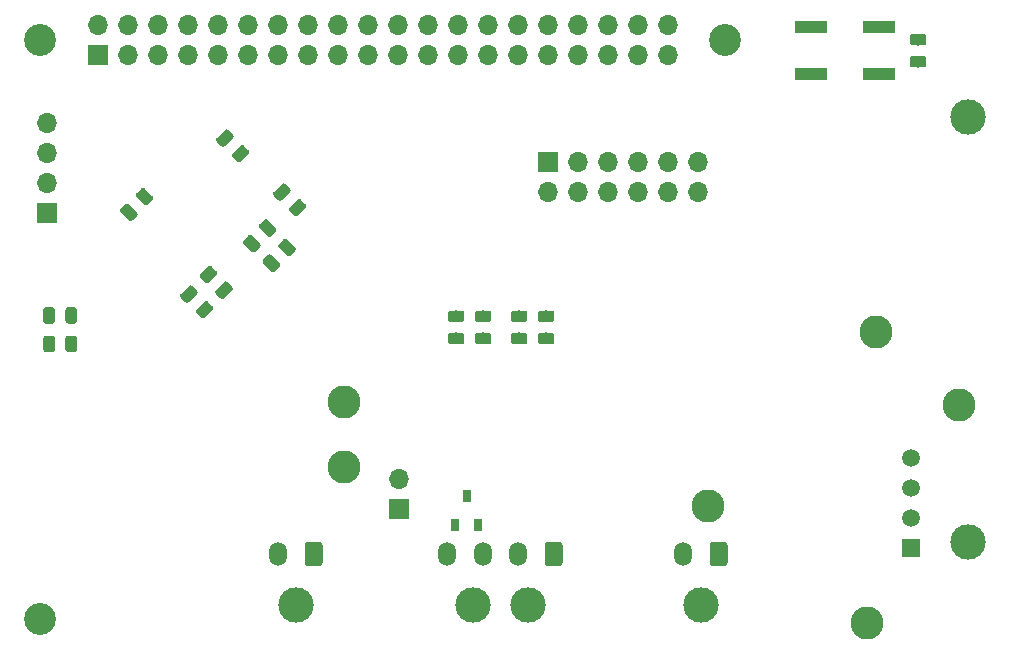
<source format=gbr>
G04 #@! TF.GenerationSoftware,KiCad,Pcbnew,(5.1.4)-1*
G04 #@! TF.CreationDate,2019-09-21T14:34:18-05:00*
G04 #@! TF.ProjectId,BPSDisplay,42505344-6973-4706-9c61-792e6b696361,rev?*
G04 #@! TF.SameCoordinates,Original*
G04 #@! TF.FileFunction,Soldermask,Bot*
G04 #@! TF.FilePolarity,Negative*
%FSLAX46Y46*%
G04 Gerber Fmt 4.6, Leading zero omitted, Abs format (unit mm)*
G04 Created by KiCad (PCBNEW (5.1.4)-1) date 2019-09-21 14:34:18*
%MOMM*%
%LPD*%
G04 APERTURE LIST*
%ADD10R,1.700000X1.700000*%
%ADD11O,1.700000X1.700000*%
%ADD12C,2.700000*%
%ADD13C,0.150000*%
%ADD14C,0.975000*%
%ADD15C,3.000000*%
%ADD16C,1.500000*%
%ADD17O,1.500000X2.020000*%
%ADD18R,2.750000X1.000000*%
%ADD19R,0.700000X1.000000*%
%ADD20C,2.800000*%
%ADD21R,1.508000X1.524000*%
%ADD22C,1.508000*%
G04 APERTURE END LIST*
D10*
X208370000Y-98770000D03*
D11*
X208370000Y-96230000D03*
X210910000Y-98770000D03*
X210910000Y-96230000D03*
X213450000Y-98770000D03*
X213450000Y-96230000D03*
X215990000Y-98770000D03*
X215990000Y-96230000D03*
X218530000Y-98770000D03*
X218530000Y-96230000D03*
X221070000Y-98770000D03*
X221070000Y-96230000D03*
X223610000Y-98770000D03*
X223610000Y-96230000D03*
X226150000Y-98770000D03*
X226150000Y-96230000D03*
X228690000Y-98770000D03*
X228690000Y-96230000D03*
X231230000Y-98770000D03*
X231230000Y-96230000D03*
X233770000Y-98770000D03*
X233770000Y-96230000D03*
X236310000Y-98770000D03*
X236310000Y-96230000D03*
X238850000Y-98770000D03*
X238850000Y-96230000D03*
X241390000Y-98770000D03*
X241390000Y-96230000D03*
X243930000Y-98770000D03*
X243930000Y-96230000D03*
X246470000Y-98770000D03*
X246470000Y-96230000D03*
X249010000Y-98770000D03*
X249010000Y-96230000D03*
X251550000Y-98770000D03*
X251550000Y-96230000D03*
X254090000Y-98770000D03*
X254090000Y-96230000D03*
X256630000Y-98770000D03*
X256630000Y-96230000D03*
D12*
X203500000Y-146500000D03*
X261500000Y-97500000D03*
X203500000Y-97500000D03*
D13*
G36*
X225475065Y-110936362D02*
G01*
X225498726Y-110939872D01*
X225521930Y-110945684D01*
X225544452Y-110953742D01*
X225566076Y-110963970D01*
X225586593Y-110976267D01*
X225605806Y-110990517D01*
X225623530Y-111006581D01*
X225968245Y-111351296D01*
X225984309Y-111369020D01*
X225998559Y-111388233D01*
X226010856Y-111408750D01*
X226021084Y-111430374D01*
X226029142Y-111452896D01*
X226034954Y-111476100D01*
X226038464Y-111499761D01*
X226039638Y-111523653D01*
X226038464Y-111547545D01*
X226034954Y-111571206D01*
X226029142Y-111594410D01*
X226021084Y-111616932D01*
X226010856Y-111638556D01*
X225998559Y-111659073D01*
X225984309Y-111678286D01*
X225968245Y-111696010D01*
X225323010Y-112341245D01*
X225305286Y-112357309D01*
X225286073Y-112371559D01*
X225265556Y-112383856D01*
X225243932Y-112394084D01*
X225221410Y-112402142D01*
X225198206Y-112407954D01*
X225174545Y-112411464D01*
X225150653Y-112412638D01*
X225126761Y-112411464D01*
X225103100Y-112407954D01*
X225079896Y-112402142D01*
X225057374Y-112394084D01*
X225035750Y-112383856D01*
X225015233Y-112371559D01*
X224996020Y-112357309D01*
X224978296Y-112341245D01*
X224633581Y-111996530D01*
X224617517Y-111978806D01*
X224603267Y-111959593D01*
X224590970Y-111939076D01*
X224580742Y-111917452D01*
X224572684Y-111894930D01*
X224566872Y-111871726D01*
X224563362Y-111848065D01*
X224562188Y-111824173D01*
X224563362Y-111800281D01*
X224566872Y-111776620D01*
X224572684Y-111753416D01*
X224580742Y-111730894D01*
X224590970Y-111709270D01*
X224603267Y-111688753D01*
X224617517Y-111669540D01*
X224633581Y-111651816D01*
X225278816Y-111006581D01*
X225296540Y-110990517D01*
X225315753Y-110976267D01*
X225336270Y-110963970D01*
X225357894Y-110953742D01*
X225380416Y-110945684D01*
X225403620Y-110939872D01*
X225427281Y-110936362D01*
X225451173Y-110935188D01*
X225475065Y-110936362D01*
X225475065Y-110936362D01*
G37*
D14*
X225300913Y-111673913D03*
D13*
G36*
X224149239Y-109610536D02*
G01*
X224172900Y-109614046D01*
X224196104Y-109619858D01*
X224218626Y-109627916D01*
X224240250Y-109638144D01*
X224260767Y-109650441D01*
X224279980Y-109664691D01*
X224297704Y-109680755D01*
X224642419Y-110025470D01*
X224658483Y-110043194D01*
X224672733Y-110062407D01*
X224685030Y-110082924D01*
X224695258Y-110104548D01*
X224703316Y-110127070D01*
X224709128Y-110150274D01*
X224712638Y-110173935D01*
X224713812Y-110197827D01*
X224712638Y-110221719D01*
X224709128Y-110245380D01*
X224703316Y-110268584D01*
X224695258Y-110291106D01*
X224685030Y-110312730D01*
X224672733Y-110333247D01*
X224658483Y-110352460D01*
X224642419Y-110370184D01*
X223997184Y-111015419D01*
X223979460Y-111031483D01*
X223960247Y-111045733D01*
X223939730Y-111058030D01*
X223918106Y-111068258D01*
X223895584Y-111076316D01*
X223872380Y-111082128D01*
X223848719Y-111085638D01*
X223824827Y-111086812D01*
X223800935Y-111085638D01*
X223777274Y-111082128D01*
X223754070Y-111076316D01*
X223731548Y-111068258D01*
X223709924Y-111058030D01*
X223689407Y-111045733D01*
X223670194Y-111031483D01*
X223652470Y-111015419D01*
X223307755Y-110670704D01*
X223291691Y-110652980D01*
X223277441Y-110633767D01*
X223265144Y-110613250D01*
X223254916Y-110591626D01*
X223246858Y-110569104D01*
X223241046Y-110545900D01*
X223237536Y-110522239D01*
X223236362Y-110498347D01*
X223237536Y-110474455D01*
X223241046Y-110450794D01*
X223246858Y-110427590D01*
X223254916Y-110405068D01*
X223265144Y-110383444D01*
X223277441Y-110362927D01*
X223291691Y-110343714D01*
X223307755Y-110325990D01*
X223952990Y-109680755D01*
X223970714Y-109664691D01*
X223989927Y-109650441D01*
X224010444Y-109638144D01*
X224032068Y-109627916D01*
X224054590Y-109619858D01*
X224077794Y-109614046D01*
X224101455Y-109610536D01*
X224125347Y-109609362D01*
X224149239Y-109610536D01*
X224149239Y-109610536D01*
G37*
D14*
X223975087Y-110348087D03*
D13*
G36*
X217601065Y-119572362D02*
G01*
X217624726Y-119575872D01*
X217647930Y-119581684D01*
X217670452Y-119589742D01*
X217692076Y-119599970D01*
X217712593Y-119612267D01*
X217731806Y-119626517D01*
X217749530Y-119642581D01*
X218094245Y-119987296D01*
X218110309Y-120005020D01*
X218124559Y-120024233D01*
X218136856Y-120044750D01*
X218147084Y-120066374D01*
X218155142Y-120088896D01*
X218160954Y-120112100D01*
X218164464Y-120135761D01*
X218165638Y-120159653D01*
X218164464Y-120183545D01*
X218160954Y-120207206D01*
X218155142Y-120230410D01*
X218147084Y-120252932D01*
X218136856Y-120274556D01*
X218124559Y-120295073D01*
X218110309Y-120314286D01*
X218094245Y-120332010D01*
X217449010Y-120977245D01*
X217431286Y-120993309D01*
X217412073Y-121007559D01*
X217391556Y-121019856D01*
X217369932Y-121030084D01*
X217347410Y-121038142D01*
X217324206Y-121043954D01*
X217300545Y-121047464D01*
X217276653Y-121048638D01*
X217252761Y-121047464D01*
X217229100Y-121043954D01*
X217205896Y-121038142D01*
X217183374Y-121030084D01*
X217161750Y-121019856D01*
X217141233Y-121007559D01*
X217122020Y-120993309D01*
X217104296Y-120977245D01*
X216759581Y-120632530D01*
X216743517Y-120614806D01*
X216729267Y-120595593D01*
X216716970Y-120575076D01*
X216706742Y-120553452D01*
X216698684Y-120530930D01*
X216692872Y-120507726D01*
X216689362Y-120484065D01*
X216688188Y-120460173D01*
X216689362Y-120436281D01*
X216692872Y-120412620D01*
X216698684Y-120389416D01*
X216706742Y-120366894D01*
X216716970Y-120345270D01*
X216729267Y-120324753D01*
X216743517Y-120305540D01*
X216759581Y-120287816D01*
X217404816Y-119642581D01*
X217422540Y-119626517D01*
X217441753Y-119612267D01*
X217462270Y-119599970D01*
X217483894Y-119589742D01*
X217506416Y-119581684D01*
X217529620Y-119575872D01*
X217553281Y-119572362D01*
X217577173Y-119571188D01*
X217601065Y-119572362D01*
X217601065Y-119572362D01*
G37*
D14*
X217426913Y-120309913D03*
D13*
G36*
X216275239Y-118246536D02*
G01*
X216298900Y-118250046D01*
X216322104Y-118255858D01*
X216344626Y-118263916D01*
X216366250Y-118274144D01*
X216386767Y-118286441D01*
X216405980Y-118300691D01*
X216423704Y-118316755D01*
X216768419Y-118661470D01*
X216784483Y-118679194D01*
X216798733Y-118698407D01*
X216811030Y-118718924D01*
X216821258Y-118740548D01*
X216829316Y-118763070D01*
X216835128Y-118786274D01*
X216838638Y-118809935D01*
X216839812Y-118833827D01*
X216838638Y-118857719D01*
X216835128Y-118881380D01*
X216829316Y-118904584D01*
X216821258Y-118927106D01*
X216811030Y-118948730D01*
X216798733Y-118969247D01*
X216784483Y-118988460D01*
X216768419Y-119006184D01*
X216123184Y-119651419D01*
X216105460Y-119667483D01*
X216086247Y-119681733D01*
X216065730Y-119694030D01*
X216044106Y-119704258D01*
X216021584Y-119712316D01*
X215998380Y-119718128D01*
X215974719Y-119721638D01*
X215950827Y-119722812D01*
X215926935Y-119721638D01*
X215903274Y-119718128D01*
X215880070Y-119712316D01*
X215857548Y-119704258D01*
X215835924Y-119694030D01*
X215815407Y-119681733D01*
X215796194Y-119667483D01*
X215778470Y-119651419D01*
X215433755Y-119306704D01*
X215417691Y-119288980D01*
X215403441Y-119269767D01*
X215391144Y-119249250D01*
X215380916Y-119227626D01*
X215372858Y-119205104D01*
X215367046Y-119181900D01*
X215363536Y-119158239D01*
X215362362Y-119134347D01*
X215363536Y-119110455D01*
X215367046Y-119086794D01*
X215372858Y-119063590D01*
X215380916Y-119041068D01*
X215391144Y-119019444D01*
X215403441Y-118998927D01*
X215417691Y-118979714D01*
X215433755Y-118961990D01*
X216078990Y-118316755D01*
X216096714Y-118300691D01*
X216115927Y-118286441D01*
X216136444Y-118274144D01*
X216158068Y-118263916D01*
X216180590Y-118255858D01*
X216203794Y-118250046D01*
X216227455Y-118246536D01*
X216251347Y-118245362D01*
X216275239Y-118246536D01*
X216275239Y-118246536D01*
G37*
D14*
X216101087Y-118984087D03*
D13*
G36*
X219323239Y-105038536D02*
G01*
X219346900Y-105042046D01*
X219370104Y-105047858D01*
X219392626Y-105055916D01*
X219414250Y-105066144D01*
X219434767Y-105078441D01*
X219453980Y-105092691D01*
X219471704Y-105108755D01*
X219816419Y-105453470D01*
X219832483Y-105471194D01*
X219846733Y-105490407D01*
X219859030Y-105510924D01*
X219869258Y-105532548D01*
X219877316Y-105555070D01*
X219883128Y-105578274D01*
X219886638Y-105601935D01*
X219887812Y-105625827D01*
X219886638Y-105649719D01*
X219883128Y-105673380D01*
X219877316Y-105696584D01*
X219869258Y-105719106D01*
X219859030Y-105740730D01*
X219846733Y-105761247D01*
X219832483Y-105780460D01*
X219816419Y-105798184D01*
X219171184Y-106443419D01*
X219153460Y-106459483D01*
X219134247Y-106473733D01*
X219113730Y-106486030D01*
X219092106Y-106496258D01*
X219069584Y-106504316D01*
X219046380Y-106510128D01*
X219022719Y-106513638D01*
X218998827Y-106514812D01*
X218974935Y-106513638D01*
X218951274Y-106510128D01*
X218928070Y-106504316D01*
X218905548Y-106496258D01*
X218883924Y-106486030D01*
X218863407Y-106473733D01*
X218844194Y-106459483D01*
X218826470Y-106443419D01*
X218481755Y-106098704D01*
X218465691Y-106080980D01*
X218451441Y-106061767D01*
X218439144Y-106041250D01*
X218428916Y-106019626D01*
X218420858Y-105997104D01*
X218415046Y-105973900D01*
X218411536Y-105950239D01*
X218410362Y-105926347D01*
X218411536Y-105902455D01*
X218415046Y-105878794D01*
X218420858Y-105855590D01*
X218428916Y-105833068D01*
X218439144Y-105811444D01*
X218451441Y-105790927D01*
X218465691Y-105771714D01*
X218481755Y-105753990D01*
X219126990Y-105108755D01*
X219144714Y-105092691D01*
X219163927Y-105078441D01*
X219184444Y-105066144D01*
X219206068Y-105055916D01*
X219228590Y-105047858D01*
X219251794Y-105042046D01*
X219275455Y-105038536D01*
X219299347Y-105037362D01*
X219323239Y-105038536D01*
X219323239Y-105038536D01*
G37*
D14*
X219149087Y-105776087D03*
D13*
G36*
X220649065Y-106364362D02*
G01*
X220672726Y-106367872D01*
X220695930Y-106373684D01*
X220718452Y-106381742D01*
X220740076Y-106391970D01*
X220760593Y-106404267D01*
X220779806Y-106418517D01*
X220797530Y-106434581D01*
X221142245Y-106779296D01*
X221158309Y-106797020D01*
X221172559Y-106816233D01*
X221184856Y-106836750D01*
X221195084Y-106858374D01*
X221203142Y-106880896D01*
X221208954Y-106904100D01*
X221212464Y-106927761D01*
X221213638Y-106951653D01*
X221212464Y-106975545D01*
X221208954Y-106999206D01*
X221203142Y-107022410D01*
X221195084Y-107044932D01*
X221184856Y-107066556D01*
X221172559Y-107087073D01*
X221158309Y-107106286D01*
X221142245Y-107124010D01*
X220497010Y-107769245D01*
X220479286Y-107785309D01*
X220460073Y-107799559D01*
X220439556Y-107811856D01*
X220417932Y-107822084D01*
X220395410Y-107830142D01*
X220372206Y-107835954D01*
X220348545Y-107839464D01*
X220324653Y-107840638D01*
X220300761Y-107839464D01*
X220277100Y-107835954D01*
X220253896Y-107830142D01*
X220231374Y-107822084D01*
X220209750Y-107811856D01*
X220189233Y-107799559D01*
X220170020Y-107785309D01*
X220152296Y-107769245D01*
X219807581Y-107424530D01*
X219791517Y-107406806D01*
X219777267Y-107387593D01*
X219764970Y-107367076D01*
X219754742Y-107345452D01*
X219746684Y-107322930D01*
X219740872Y-107299726D01*
X219737362Y-107276065D01*
X219736188Y-107252173D01*
X219737362Y-107228281D01*
X219740872Y-107204620D01*
X219746684Y-107181416D01*
X219754742Y-107158894D01*
X219764970Y-107137270D01*
X219777267Y-107116753D01*
X219791517Y-107097540D01*
X219807581Y-107079816D01*
X220452816Y-106434581D01*
X220470540Y-106418517D01*
X220489753Y-106404267D01*
X220510270Y-106391970D01*
X220531894Y-106381742D01*
X220554416Y-106373684D01*
X220577620Y-106367872D01*
X220601281Y-106364362D01*
X220625173Y-106363188D01*
X220649065Y-106364362D01*
X220649065Y-106364362D01*
G37*
D14*
X220474913Y-107101913D03*
D13*
G36*
X210894719Y-111317362D02*
G01*
X210918380Y-111320872D01*
X210941584Y-111326684D01*
X210964106Y-111334742D01*
X210985730Y-111344970D01*
X211006247Y-111357267D01*
X211025460Y-111371517D01*
X211043184Y-111387581D01*
X211688419Y-112032816D01*
X211704483Y-112050540D01*
X211718733Y-112069753D01*
X211731030Y-112090270D01*
X211741258Y-112111894D01*
X211749316Y-112134416D01*
X211755128Y-112157620D01*
X211758638Y-112181281D01*
X211759812Y-112205173D01*
X211758638Y-112229065D01*
X211755128Y-112252726D01*
X211749316Y-112275930D01*
X211741258Y-112298452D01*
X211731030Y-112320076D01*
X211718733Y-112340593D01*
X211704483Y-112359806D01*
X211688419Y-112377530D01*
X211343704Y-112722245D01*
X211325980Y-112738309D01*
X211306767Y-112752559D01*
X211286250Y-112764856D01*
X211264626Y-112775084D01*
X211242104Y-112783142D01*
X211218900Y-112788954D01*
X211195239Y-112792464D01*
X211171347Y-112793638D01*
X211147455Y-112792464D01*
X211123794Y-112788954D01*
X211100590Y-112783142D01*
X211078068Y-112775084D01*
X211056444Y-112764856D01*
X211035927Y-112752559D01*
X211016714Y-112738309D01*
X210998990Y-112722245D01*
X210353755Y-112077010D01*
X210337691Y-112059286D01*
X210323441Y-112040073D01*
X210311144Y-112019556D01*
X210300916Y-111997932D01*
X210292858Y-111975410D01*
X210287046Y-111952206D01*
X210283536Y-111928545D01*
X210282362Y-111904653D01*
X210283536Y-111880761D01*
X210287046Y-111857100D01*
X210292858Y-111833896D01*
X210300916Y-111811374D01*
X210311144Y-111789750D01*
X210323441Y-111769233D01*
X210337691Y-111750020D01*
X210353755Y-111732296D01*
X210698470Y-111387581D01*
X210716194Y-111371517D01*
X210735407Y-111357267D01*
X210755924Y-111344970D01*
X210777548Y-111334742D01*
X210800070Y-111326684D01*
X210823274Y-111320872D01*
X210846935Y-111317362D01*
X210870827Y-111316188D01*
X210894719Y-111317362D01*
X210894719Y-111317362D01*
G37*
D14*
X211021087Y-112054913D03*
D13*
G36*
X212220545Y-109991536D02*
G01*
X212244206Y-109995046D01*
X212267410Y-110000858D01*
X212289932Y-110008916D01*
X212311556Y-110019144D01*
X212332073Y-110031441D01*
X212351286Y-110045691D01*
X212369010Y-110061755D01*
X213014245Y-110706990D01*
X213030309Y-110724714D01*
X213044559Y-110743927D01*
X213056856Y-110764444D01*
X213067084Y-110786068D01*
X213075142Y-110808590D01*
X213080954Y-110831794D01*
X213084464Y-110855455D01*
X213085638Y-110879347D01*
X213084464Y-110903239D01*
X213080954Y-110926900D01*
X213075142Y-110950104D01*
X213067084Y-110972626D01*
X213056856Y-110994250D01*
X213044559Y-111014767D01*
X213030309Y-111033980D01*
X213014245Y-111051704D01*
X212669530Y-111396419D01*
X212651806Y-111412483D01*
X212632593Y-111426733D01*
X212612076Y-111439030D01*
X212590452Y-111449258D01*
X212567930Y-111457316D01*
X212544726Y-111463128D01*
X212521065Y-111466638D01*
X212497173Y-111467812D01*
X212473281Y-111466638D01*
X212449620Y-111463128D01*
X212426416Y-111457316D01*
X212403894Y-111449258D01*
X212382270Y-111439030D01*
X212361753Y-111426733D01*
X212342540Y-111412483D01*
X212324816Y-111396419D01*
X211679581Y-110751184D01*
X211663517Y-110733460D01*
X211649267Y-110714247D01*
X211636970Y-110693730D01*
X211626742Y-110672106D01*
X211618684Y-110649584D01*
X211612872Y-110626380D01*
X211609362Y-110602719D01*
X211608188Y-110578827D01*
X211609362Y-110554935D01*
X211612872Y-110531274D01*
X211618684Y-110508070D01*
X211626742Y-110485548D01*
X211636970Y-110463924D01*
X211649267Y-110443407D01*
X211663517Y-110424194D01*
X211679581Y-110406470D01*
X212024296Y-110061755D01*
X212042020Y-110045691D01*
X212061233Y-110031441D01*
X212081750Y-110019144D01*
X212103374Y-110008916D01*
X212125896Y-110000858D01*
X212149100Y-109995046D01*
X212172761Y-109991536D01*
X212196653Y-109990362D01*
X212220545Y-109991536D01*
X212220545Y-109991536D01*
G37*
D14*
X212346913Y-110729087D03*
D13*
G36*
X219252065Y-117921362D02*
G01*
X219275726Y-117924872D01*
X219298930Y-117930684D01*
X219321452Y-117938742D01*
X219343076Y-117948970D01*
X219363593Y-117961267D01*
X219382806Y-117975517D01*
X219400530Y-117991581D01*
X219745245Y-118336296D01*
X219761309Y-118354020D01*
X219775559Y-118373233D01*
X219787856Y-118393750D01*
X219798084Y-118415374D01*
X219806142Y-118437896D01*
X219811954Y-118461100D01*
X219815464Y-118484761D01*
X219816638Y-118508653D01*
X219815464Y-118532545D01*
X219811954Y-118556206D01*
X219806142Y-118579410D01*
X219798084Y-118601932D01*
X219787856Y-118623556D01*
X219775559Y-118644073D01*
X219761309Y-118663286D01*
X219745245Y-118681010D01*
X219100010Y-119326245D01*
X219082286Y-119342309D01*
X219063073Y-119356559D01*
X219042556Y-119368856D01*
X219020932Y-119379084D01*
X218998410Y-119387142D01*
X218975206Y-119392954D01*
X218951545Y-119396464D01*
X218927653Y-119397638D01*
X218903761Y-119396464D01*
X218880100Y-119392954D01*
X218856896Y-119387142D01*
X218834374Y-119379084D01*
X218812750Y-119368856D01*
X218792233Y-119356559D01*
X218773020Y-119342309D01*
X218755296Y-119326245D01*
X218410581Y-118981530D01*
X218394517Y-118963806D01*
X218380267Y-118944593D01*
X218367970Y-118924076D01*
X218357742Y-118902452D01*
X218349684Y-118879930D01*
X218343872Y-118856726D01*
X218340362Y-118833065D01*
X218339188Y-118809173D01*
X218340362Y-118785281D01*
X218343872Y-118761620D01*
X218349684Y-118738416D01*
X218357742Y-118715894D01*
X218367970Y-118694270D01*
X218380267Y-118673753D01*
X218394517Y-118654540D01*
X218410581Y-118636816D01*
X219055816Y-117991581D01*
X219073540Y-117975517D01*
X219092753Y-117961267D01*
X219113270Y-117948970D01*
X219134894Y-117938742D01*
X219157416Y-117930684D01*
X219180620Y-117924872D01*
X219204281Y-117921362D01*
X219228173Y-117920188D01*
X219252065Y-117921362D01*
X219252065Y-117921362D01*
G37*
D14*
X219077913Y-118658913D03*
D13*
G36*
X217926239Y-116595536D02*
G01*
X217949900Y-116599046D01*
X217973104Y-116604858D01*
X217995626Y-116612916D01*
X218017250Y-116623144D01*
X218037767Y-116635441D01*
X218056980Y-116649691D01*
X218074704Y-116665755D01*
X218419419Y-117010470D01*
X218435483Y-117028194D01*
X218449733Y-117047407D01*
X218462030Y-117067924D01*
X218472258Y-117089548D01*
X218480316Y-117112070D01*
X218486128Y-117135274D01*
X218489638Y-117158935D01*
X218490812Y-117182827D01*
X218489638Y-117206719D01*
X218486128Y-117230380D01*
X218480316Y-117253584D01*
X218472258Y-117276106D01*
X218462030Y-117297730D01*
X218449733Y-117318247D01*
X218435483Y-117337460D01*
X218419419Y-117355184D01*
X217774184Y-118000419D01*
X217756460Y-118016483D01*
X217737247Y-118030733D01*
X217716730Y-118043030D01*
X217695106Y-118053258D01*
X217672584Y-118061316D01*
X217649380Y-118067128D01*
X217625719Y-118070638D01*
X217601827Y-118071812D01*
X217577935Y-118070638D01*
X217554274Y-118067128D01*
X217531070Y-118061316D01*
X217508548Y-118053258D01*
X217486924Y-118043030D01*
X217466407Y-118030733D01*
X217447194Y-118016483D01*
X217429470Y-118000419D01*
X217084755Y-117655704D01*
X217068691Y-117637980D01*
X217054441Y-117618767D01*
X217042144Y-117598250D01*
X217031916Y-117576626D01*
X217023858Y-117554104D01*
X217018046Y-117530900D01*
X217014536Y-117507239D01*
X217013362Y-117483347D01*
X217014536Y-117459455D01*
X217018046Y-117435794D01*
X217023858Y-117412590D01*
X217031916Y-117390068D01*
X217042144Y-117368444D01*
X217054441Y-117347927D01*
X217068691Y-117328714D01*
X217084755Y-117310990D01*
X217729990Y-116665755D01*
X217747714Y-116649691D01*
X217766927Y-116635441D01*
X217787444Y-116623144D01*
X217809068Y-116612916D01*
X217831590Y-116604858D01*
X217854794Y-116599046D01*
X217878455Y-116595536D01*
X217902347Y-116594362D01*
X217926239Y-116595536D01*
X217926239Y-116595536D01*
G37*
D14*
X217752087Y-117333087D03*
D13*
G36*
X222959719Y-115635362D02*
G01*
X222983380Y-115638872D01*
X223006584Y-115644684D01*
X223029106Y-115652742D01*
X223050730Y-115662970D01*
X223071247Y-115675267D01*
X223090460Y-115689517D01*
X223108184Y-115705581D01*
X223753419Y-116350816D01*
X223769483Y-116368540D01*
X223783733Y-116387753D01*
X223796030Y-116408270D01*
X223806258Y-116429894D01*
X223814316Y-116452416D01*
X223820128Y-116475620D01*
X223823638Y-116499281D01*
X223824812Y-116523173D01*
X223823638Y-116547065D01*
X223820128Y-116570726D01*
X223814316Y-116593930D01*
X223806258Y-116616452D01*
X223796030Y-116638076D01*
X223783733Y-116658593D01*
X223769483Y-116677806D01*
X223753419Y-116695530D01*
X223408704Y-117040245D01*
X223390980Y-117056309D01*
X223371767Y-117070559D01*
X223351250Y-117082856D01*
X223329626Y-117093084D01*
X223307104Y-117101142D01*
X223283900Y-117106954D01*
X223260239Y-117110464D01*
X223236347Y-117111638D01*
X223212455Y-117110464D01*
X223188794Y-117106954D01*
X223165590Y-117101142D01*
X223143068Y-117093084D01*
X223121444Y-117082856D01*
X223100927Y-117070559D01*
X223081714Y-117056309D01*
X223063990Y-117040245D01*
X222418755Y-116395010D01*
X222402691Y-116377286D01*
X222388441Y-116358073D01*
X222376144Y-116337556D01*
X222365916Y-116315932D01*
X222357858Y-116293410D01*
X222352046Y-116270206D01*
X222348536Y-116246545D01*
X222347362Y-116222653D01*
X222348536Y-116198761D01*
X222352046Y-116175100D01*
X222357858Y-116151896D01*
X222365916Y-116129374D01*
X222376144Y-116107750D01*
X222388441Y-116087233D01*
X222402691Y-116068020D01*
X222418755Y-116050296D01*
X222763470Y-115705581D01*
X222781194Y-115689517D01*
X222800407Y-115675267D01*
X222820924Y-115662970D01*
X222842548Y-115652742D01*
X222865070Y-115644684D01*
X222888274Y-115638872D01*
X222911935Y-115635362D01*
X222935827Y-115634188D01*
X222959719Y-115635362D01*
X222959719Y-115635362D01*
G37*
D14*
X223086087Y-116372913D03*
D13*
G36*
X224285545Y-114309536D02*
G01*
X224309206Y-114313046D01*
X224332410Y-114318858D01*
X224354932Y-114326916D01*
X224376556Y-114337144D01*
X224397073Y-114349441D01*
X224416286Y-114363691D01*
X224434010Y-114379755D01*
X225079245Y-115024990D01*
X225095309Y-115042714D01*
X225109559Y-115061927D01*
X225121856Y-115082444D01*
X225132084Y-115104068D01*
X225140142Y-115126590D01*
X225145954Y-115149794D01*
X225149464Y-115173455D01*
X225150638Y-115197347D01*
X225149464Y-115221239D01*
X225145954Y-115244900D01*
X225140142Y-115268104D01*
X225132084Y-115290626D01*
X225121856Y-115312250D01*
X225109559Y-115332767D01*
X225095309Y-115351980D01*
X225079245Y-115369704D01*
X224734530Y-115714419D01*
X224716806Y-115730483D01*
X224697593Y-115744733D01*
X224677076Y-115757030D01*
X224655452Y-115767258D01*
X224632930Y-115775316D01*
X224609726Y-115781128D01*
X224586065Y-115784638D01*
X224562173Y-115785812D01*
X224538281Y-115784638D01*
X224514620Y-115781128D01*
X224491416Y-115775316D01*
X224468894Y-115767258D01*
X224447270Y-115757030D01*
X224426753Y-115744733D01*
X224407540Y-115730483D01*
X224389816Y-115714419D01*
X223744581Y-115069184D01*
X223728517Y-115051460D01*
X223714267Y-115032247D01*
X223701970Y-115011730D01*
X223691742Y-114990106D01*
X223683684Y-114967584D01*
X223677872Y-114944380D01*
X223674362Y-114920719D01*
X223673188Y-114896827D01*
X223674362Y-114872935D01*
X223677872Y-114849274D01*
X223683684Y-114826070D01*
X223691742Y-114803548D01*
X223701970Y-114781924D01*
X223714267Y-114761407D01*
X223728517Y-114742194D01*
X223744581Y-114724470D01*
X224089296Y-114379755D01*
X224107020Y-114363691D01*
X224126233Y-114349441D01*
X224146750Y-114337144D01*
X224168374Y-114326916D01*
X224190896Y-114318858D01*
X224214100Y-114313046D01*
X224237761Y-114309536D01*
X224261653Y-114308362D01*
X224285545Y-114309536D01*
X224285545Y-114309536D01*
G37*
D14*
X224411913Y-115047087D03*
D13*
G36*
X222634545Y-112658536D02*
G01*
X222658206Y-112662046D01*
X222681410Y-112667858D01*
X222703932Y-112675916D01*
X222725556Y-112686144D01*
X222746073Y-112698441D01*
X222765286Y-112712691D01*
X222783010Y-112728755D01*
X223428245Y-113373990D01*
X223444309Y-113391714D01*
X223458559Y-113410927D01*
X223470856Y-113431444D01*
X223481084Y-113453068D01*
X223489142Y-113475590D01*
X223494954Y-113498794D01*
X223498464Y-113522455D01*
X223499638Y-113546347D01*
X223498464Y-113570239D01*
X223494954Y-113593900D01*
X223489142Y-113617104D01*
X223481084Y-113639626D01*
X223470856Y-113661250D01*
X223458559Y-113681767D01*
X223444309Y-113700980D01*
X223428245Y-113718704D01*
X223083530Y-114063419D01*
X223065806Y-114079483D01*
X223046593Y-114093733D01*
X223026076Y-114106030D01*
X223004452Y-114116258D01*
X222981930Y-114124316D01*
X222958726Y-114130128D01*
X222935065Y-114133638D01*
X222911173Y-114134812D01*
X222887281Y-114133638D01*
X222863620Y-114130128D01*
X222840416Y-114124316D01*
X222817894Y-114116258D01*
X222796270Y-114106030D01*
X222775753Y-114093733D01*
X222756540Y-114079483D01*
X222738816Y-114063419D01*
X222093581Y-113418184D01*
X222077517Y-113400460D01*
X222063267Y-113381247D01*
X222050970Y-113360730D01*
X222040742Y-113339106D01*
X222032684Y-113316584D01*
X222026872Y-113293380D01*
X222023362Y-113269719D01*
X222022188Y-113245827D01*
X222023362Y-113221935D01*
X222026872Y-113198274D01*
X222032684Y-113175070D01*
X222040742Y-113152548D01*
X222050970Y-113130924D01*
X222063267Y-113110407D01*
X222077517Y-113091194D01*
X222093581Y-113073470D01*
X222438296Y-112728755D01*
X222456020Y-112712691D01*
X222475233Y-112698441D01*
X222495750Y-112686144D01*
X222517374Y-112675916D01*
X222539896Y-112667858D01*
X222563100Y-112662046D01*
X222586761Y-112658536D01*
X222610653Y-112657362D01*
X222634545Y-112658536D01*
X222634545Y-112658536D01*
G37*
D14*
X222760913Y-113396087D03*
D13*
G36*
X221308719Y-113984362D02*
G01*
X221332380Y-113987872D01*
X221355584Y-113993684D01*
X221378106Y-114001742D01*
X221399730Y-114011970D01*
X221420247Y-114024267D01*
X221439460Y-114038517D01*
X221457184Y-114054581D01*
X222102419Y-114699816D01*
X222118483Y-114717540D01*
X222132733Y-114736753D01*
X222145030Y-114757270D01*
X222155258Y-114778894D01*
X222163316Y-114801416D01*
X222169128Y-114824620D01*
X222172638Y-114848281D01*
X222173812Y-114872173D01*
X222172638Y-114896065D01*
X222169128Y-114919726D01*
X222163316Y-114942930D01*
X222155258Y-114965452D01*
X222145030Y-114987076D01*
X222132733Y-115007593D01*
X222118483Y-115026806D01*
X222102419Y-115044530D01*
X221757704Y-115389245D01*
X221739980Y-115405309D01*
X221720767Y-115419559D01*
X221700250Y-115431856D01*
X221678626Y-115442084D01*
X221656104Y-115450142D01*
X221632900Y-115455954D01*
X221609239Y-115459464D01*
X221585347Y-115460638D01*
X221561455Y-115459464D01*
X221537794Y-115455954D01*
X221514590Y-115450142D01*
X221492068Y-115442084D01*
X221470444Y-115431856D01*
X221449927Y-115419559D01*
X221430714Y-115405309D01*
X221412990Y-115389245D01*
X220767755Y-114744010D01*
X220751691Y-114726286D01*
X220737441Y-114707073D01*
X220725144Y-114686556D01*
X220714916Y-114664932D01*
X220706858Y-114642410D01*
X220701046Y-114619206D01*
X220697536Y-114595545D01*
X220696362Y-114571653D01*
X220697536Y-114547761D01*
X220701046Y-114524100D01*
X220706858Y-114500896D01*
X220714916Y-114478374D01*
X220725144Y-114456750D01*
X220737441Y-114436233D01*
X220751691Y-114417020D01*
X220767755Y-114399296D01*
X221112470Y-114054581D01*
X221130194Y-114038517D01*
X221149407Y-114024267D01*
X221169924Y-114011970D01*
X221191548Y-114001742D01*
X221214070Y-113993684D01*
X221237274Y-113987872D01*
X221260935Y-113984362D01*
X221284827Y-113983188D01*
X221308719Y-113984362D01*
X221308719Y-113984362D01*
G37*
D14*
X221435087Y-114721913D03*
D13*
G36*
X278327542Y-96952574D02*
G01*
X278351203Y-96956084D01*
X278374407Y-96961896D01*
X278396929Y-96969954D01*
X278418553Y-96980182D01*
X278439070Y-96992479D01*
X278458283Y-97006729D01*
X278476007Y-97022793D01*
X278492071Y-97040517D01*
X278506321Y-97059730D01*
X278518618Y-97080247D01*
X278528846Y-97101871D01*
X278536904Y-97124393D01*
X278542716Y-97147597D01*
X278546226Y-97171258D01*
X278547400Y-97195150D01*
X278547400Y-97682650D01*
X278546226Y-97706542D01*
X278542716Y-97730203D01*
X278536904Y-97753407D01*
X278528846Y-97775929D01*
X278518618Y-97797553D01*
X278506321Y-97818070D01*
X278492071Y-97837283D01*
X278476007Y-97855007D01*
X278458283Y-97871071D01*
X278439070Y-97885321D01*
X278418553Y-97897618D01*
X278396929Y-97907846D01*
X278374407Y-97915904D01*
X278351203Y-97921716D01*
X278327542Y-97925226D01*
X278303650Y-97926400D01*
X277391150Y-97926400D01*
X277367258Y-97925226D01*
X277343597Y-97921716D01*
X277320393Y-97915904D01*
X277297871Y-97907846D01*
X277276247Y-97897618D01*
X277255730Y-97885321D01*
X277236517Y-97871071D01*
X277218793Y-97855007D01*
X277202729Y-97837283D01*
X277188479Y-97818070D01*
X277176182Y-97797553D01*
X277165954Y-97775929D01*
X277157896Y-97753407D01*
X277152084Y-97730203D01*
X277148574Y-97706542D01*
X277147400Y-97682650D01*
X277147400Y-97195150D01*
X277148574Y-97171258D01*
X277152084Y-97147597D01*
X277157896Y-97124393D01*
X277165954Y-97101871D01*
X277176182Y-97080247D01*
X277188479Y-97059730D01*
X277202729Y-97040517D01*
X277218793Y-97022793D01*
X277236517Y-97006729D01*
X277255730Y-96992479D01*
X277276247Y-96980182D01*
X277297871Y-96969954D01*
X277320393Y-96961896D01*
X277343597Y-96956084D01*
X277367258Y-96952574D01*
X277391150Y-96951400D01*
X278303650Y-96951400D01*
X278327542Y-96952574D01*
X278327542Y-96952574D01*
G37*
D14*
X277847400Y-97438900D03*
D13*
G36*
X278327542Y-98827574D02*
G01*
X278351203Y-98831084D01*
X278374407Y-98836896D01*
X278396929Y-98844954D01*
X278418553Y-98855182D01*
X278439070Y-98867479D01*
X278458283Y-98881729D01*
X278476007Y-98897793D01*
X278492071Y-98915517D01*
X278506321Y-98934730D01*
X278518618Y-98955247D01*
X278528846Y-98976871D01*
X278536904Y-98999393D01*
X278542716Y-99022597D01*
X278546226Y-99046258D01*
X278547400Y-99070150D01*
X278547400Y-99557650D01*
X278546226Y-99581542D01*
X278542716Y-99605203D01*
X278536904Y-99628407D01*
X278528846Y-99650929D01*
X278518618Y-99672553D01*
X278506321Y-99693070D01*
X278492071Y-99712283D01*
X278476007Y-99730007D01*
X278458283Y-99746071D01*
X278439070Y-99760321D01*
X278418553Y-99772618D01*
X278396929Y-99782846D01*
X278374407Y-99790904D01*
X278351203Y-99796716D01*
X278327542Y-99800226D01*
X278303650Y-99801400D01*
X277391150Y-99801400D01*
X277367258Y-99800226D01*
X277343597Y-99796716D01*
X277320393Y-99790904D01*
X277297871Y-99782846D01*
X277276247Y-99772618D01*
X277255730Y-99760321D01*
X277236517Y-99746071D01*
X277218793Y-99730007D01*
X277202729Y-99712283D01*
X277188479Y-99693070D01*
X277176182Y-99672553D01*
X277165954Y-99650929D01*
X277157896Y-99628407D01*
X277152084Y-99605203D01*
X277148574Y-99581542D01*
X277147400Y-99557650D01*
X277147400Y-99070150D01*
X277148574Y-99046258D01*
X277152084Y-99022597D01*
X277157896Y-98999393D01*
X277165954Y-98976871D01*
X277176182Y-98955247D01*
X277188479Y-98934730D01*
X277202729Y-98915517D01*
X277218793Y-98897793D01*
X277236517Y-98881729D01*
X277255730Y-98867479D01*
X277276247Y-98855182D01*
X277297871Y-98844954D01*
X277320393Y-98836896D01*
X277343597Y-98831084D01*
X277367258Y-98827574D01*
X277391150Y-98826400D01*
X278303650Y-98826400D01*
X278327542Y-98827574D01*
X278327542Y-98827574D01*
G37*
D14*
X277847400Y-99313900D03*
D13*
G36*
X246835142Y-122257174D02*
G01*
X246858803Y-122260684D01*
X246882007Y-122266496D01*
X246904529Y-122274554D01*
X246926153Y-122284782D01*
X246946670Y-122297079D01*
X246965883Y-122311329D01*
X246983607Y-122327393D01*
X246999671Y-122345117D01*
X247013921Y-122364330D01*
X247026218Y-122384847D01*
X247036446Y-122406471D01*
X247044504Y-122428993D01*
X247050316Y-122452197D01*
X247053826Y-122475858D01*
X247055000Y-122499750D01*
X247055000Y-122987250D01*
X247053826Y-123011142D01*
X247050316Y-123034803D01*
X247044504Y-123058007D01*
X247036446Y-123080529D01*
X247026218Y-123102153D01*
X247013921Y-123122670D01*
X246999671Y-123141883D01*
X246983607Y-123159607D01*
X246965883Y-123175671D01*
X246946670Y-123189921D01*
X246926153Y-123202218D01*
X246904529Y-123212446D01*
X246882007Y-123220504D01*
X246858803Y-123226316D01*
X246835142Y-123229826D01*
X246811250Y-123231000D01*
X245898750Y-123231000D01*
X245874858Y-123229826D01*
X245851197Y-123226316D01*
X245827993Y-123220504D01*
X245805471Y-123212446D01*
X245783847Y-123202218D01*
X245763330Y-123189921D01*
X245744117Y-123175671D01*
X245726393Y-123159607D01*
X245710329Y-123141883D01*
X245696079Y-123122670D01*
X245683782Y-123102153D01*
X245673554Y-123080529D01*
X245665496Y-123058007D01*
X245659684Y-123034803D01*
X245656174Y-123011142D01*
X245655000Y-122987250D01*
X245655000Y-122499750D01*
X245656174Y-122475858D01*
X245659684Y-122452197D01*
X245665496Y-122428993D01*
X245673554Y-122406471D01*
X245683782Y-122384847D01*
X245696079Y-122364330D01*
X245710329Y-122345117D01*
X245726393Y-122327393D01*
X245744117Y-122311329D01*
X245763330Y-122297079D01*
X245783847Y-122284782D01*
X245805471Y-122274554D01*
X245827993Y-122266496D01*
X245851197Y-122260684D01*
X245874858Y-122257174D01*
X245898750Y-122256000D01*
X246811250Y-122256000D01*
X246835142Y-122257174D01*
X246835142Y-122257174D01*
G37*
D14*
X246355000Y-122743500D03*
D13*
G36*
X246835142Y-120382174D02*
G01*
X246858803Y-120385684D01*
X246882007Y-120391496D01*
X246904529Y-120399554D01*
X246926153Y-120409782D01*
X246946670Y-120422079D01*
X246965883Y-120436329D01*
X246983607Y-120452393D01*
X246999671Y-120470117D01*
X247013921Y-120489330D01*
X247026218Y-120509847D01*
X247036446Y-120531471D01*
X247044504Y-120553993D01*
X247050316Y-120577197D01*
X247053826Y-120600858D01*
X247055000Y-120624750D01*
X247055000Y-121112250D01*
X247053826Y-121136142D01*
X247050316Y-121159803D01*
X247044504Y-121183007D01*
X247036446Y-121205529D01*
X247026218Y-121227153D01*
X247013921Y-121247670D01*
X246999671Y-121266883D01*
X246983607Y-121284607D01*
X246965883Y-121300671D01*
X246946670Y-121314921D01*
X246926153Y-121327218D01*
X246904529Y-121337446D01*
X246882007Y-121345504D01*
X246858803Y-121351316D01*
X246835142Y-121354826D01*
X246811250Y-121356000D01*
X245898750Y-121356000D01*
X245874858Y-121354826D01*
X245851197Y-121351316D01*
X245827993Y-121345504D01*
X245805471Y-121337446D01*
X245783847Y-121327218D01*
X245763330Y-121314921D01*
X245744117Y-121300671D01*
X245726393Y-121284607D01*
X245710329Y-121266883D01*
X245696079Y-121247670D01*
X245683782Y-121227153D01*
X245673554Y-121205529D01*
X245665496Y-121183007D01*
X245659684Y-121159803D01*
X245656174Y-121136142D01*
X245655000Y-121112250D01*
X245655000Y-120624750D01*
X245656174Y-120600858D01*
X245659684Y-120577197D01*
X245665496Y-120553993D01*
X245673554Y-120531471D01*
X245683782Y-120509847D01*
X245696079Y-120489330D01*
X245710329Y-120470117D01*
X245726393Y-120452393D01*
X245744117Y-120436329D01*
X245763330Y-120422079D01*
X245783847Y-120409782D01*
X245805471Y-120399554D01*
X245827993Y-120391496D01*
X245851197Y-120385684D01*
X245874858Y-120382174D01*
X245898750Y-120381000D01*
X246811250Y-120381000D01*
X246835142Y-120382174D01*
X246835142Y-120382174D01*
G37*
D14*
X246355000Y-120868500D03*
D13*
G36*
X244549142Y-120382174D02*
G01*
X244572803Y-120385684D01*
X244596007Y-120391496D01*
X244618529Y-120399554D01*
X244640153Y-120409782D01*
X244660670Y-120422079D01*
X244679883Y-120436329D01*
X244697607Y-120452393D01*
X244713671Y-120470117D01*
X244727921Y-120489330D01*
X244740218Y-120509847D01*
X244750446Y-120531471D01*
X244758504Y-120553993D01*
X244764316Y-120577197D01*
X244767826Y-120600858D01*
X244769000Y-120624750D01*
X244769000Y-121112250D01*
X244767826Y-121136142D01*
X244764316Y-121159803D01*
X244758504Y-121183007D01*
X244750446Y-121205529D01*
X244740218Y-121227153D01*
X244727921Y-121247670D01*
X244713671Y-121266883D01*
X244697607Y-121284607D01*
X244679883Y-121300671D01*
X244660670Y-121314921D01*
X244640153Y-121327218D01*
X244618529Y-121337446D01*
X244596007Y-121345504D01*
X244572803Y-121351316D01*
X244549142Y-121354826D01*
X244525250Y-121356000D01*
X243612750Y-121356000D01*
X243588858Y-121354826D01*
X243565197Y-121351316D01*
X243541993Y-121345504D01*
X243519471Y-121337446D01*
X243497847Y-121327218D01*
X243477330Y-121314921D01*
X243458117Y-121300671D01*
X243440393Y-121284607D01*
X243424329Y-121266883D01*
X243410079Y-121247670D01*
X243397782Y-121227153D01*
X243387554Y-121205529D01*
X243379496Y-121183007D01*
X243373684Y-121159803D01*
X243370174Y-121136142D01*
X243369000Y-121112250D01*
X243369000Y-120624750D01*
X243370174Y-120600858D01*
X243373684Y-120577197D01*
X243379496Y-120553993D01*
X243387554Y-120531471D01*
X243397782Y-120509847D01*
X243410079Y-120489330D01*
X243424329Y-120470117D01*
X243440393Y-120452393D01*
X243458117Y-120436329D01*
X243477330Y-120422079D01*
X243497847Y-120409782D01*
X243519471Y-120399554D01*
X243541993Y-120391496D01*
X243565197Y-120385684D01*
X243588858Y-120382174D01*
X243612750Y-120381000D01*
X244525250Y-120381000D01*
X244549142Y-120382174D01*
X244549142Y-120382174D01*
G37*
D14*
X244069000Y-120868500D03*
D13*
G36*
X244549142Y-122257174D02*
G01*
X244572803Y-122260684D01*
X244596007Y-122266496D01*
X244618529Y-122274554D01*
X244640153Y-122284782D01*
X244660670Y-122297079D01*
X244679883Y-122311329D01*
X244697607Y-122327393D01*
X244713671Y-122345117D01*
X244727921Y-122364330D01*
X244740218Y-122384847D01*
X244750446Y-122406471D01*
X244758504Y-122428993D01*
X244764316Y-122452197D01*
X244767826Y-122475858D01*
X244769000Y-122499750D01*
X244769000Y-122987250D01*
X244767826Y-123011142D01*
X244764316Y-123034803D01*
X244758504Y-123058007D01*
X244750446Y-123080529D01*
X244740218Y-123102153D01*
X244727921Y-123122670D01*
X244713671Y-123141883D01*
X244697607Y-123159607D01*
X244679883Y-123175671D01*
X244660670Y-123189921D01*
X244640153Y-123202218D01*
X244618529Y-123212446D01*
X244596007Y-123220504D01*
X244572803Y-123226316D01*
X244549142Y-123229826D01*
X244525250Y-123231000D01*
X243612750Y-123231000D01*
X243588858Y-123229826D01*
X243565197Y-123226316D01*
X243541993Y-123220504D01*
X243519471Y-123212446D01*
X243497847Y-123202218D01*
X243477330Y-123189921D01*
X243458117Y-123175671D01*
X243440393Y-123159607D01*
X243424329Y-123141883D01*
X243410079Y-123122670D01*
X243397782Y-123102153D01*
X243387554Y-123080529D01*
X243379496Y-123058007D01*
X243373684Y-123034803D01*
X243370174Y-123011142D01*
X243369000Y-122987250D01*
X243369000Y-122499750D01*
X243370174Y-122475858D01*
X243373684Y-122452197D01*
X243379496Y-122428993D01*
X243387554Y-122406471D01*
X243397782Y-122384847D01*
X243410079Y-122364330D01*
X243424329Y-122345117D01*
X243440393Y-122327393D01*
X243458117Y-122311329D01*
X243477330Y-122297079D01*
X243497847Y-122284782D01*
X243519471Y-122274554D01*
X243541993Y-122266496D01*
X243565197Y-122260684D01*
X243588858Y-122257174D01*
X243612750Y-122256000D01*
X244525250Y-122256000D01*
X244549142Y-122257174D01*
X244549142Y-122257174D01*
G37*
D14*
X244069000Y-122743500D03*
D13*
G36*
X241501142Y-122257174D02*
G01*
X241524803Y-122260684D01*
X241548007Y-122266496D01*
X241570529Y-122274554D01*
X241592153Y-122284782D01*
X241612670Y-122297079D01*
X241631883Y-122311329D01*
X241649607Y-122327393D01*
X241665671Y-122345117D01*
X241679921Y-122364330D01*
X241692218Y-122384847D01*
X241702446Y-122406471D01*
X241710504Y-122428993D01*
X241716316Y-122452197D01*
X241719826Y-122475858D01*
X241721000Y-122499750D01*
X241721000Y-122987250D01*
X241719826Y-123011142D01*
X241716316Y-123034803D01*
X241710504Y-123058007D01*
X241702446Y-123080529D01*
X241692218Y-123102153D01*
X241679921Y-123122670D01*
X241665671Y-123141883D01*
X241649607Y-123159607D01*
X241631883Y-123175671D01*
X241612670Y-123189921D01*
X241592153Y-123202218D01*
X241570529Y-123212446D01*
X241548007Y-123220504D01*
X241524803Y-123226316D01*
X241501142Y-123229826D01*
X241477250Y-123231000D01*
X240564750Y-123231000D01*
X240540858Y-123229826D01*
X240517197Y-123226316D01*
X240493993Y-123220504D01*
X240471471Y-123212446D01*
X240449847Y-123202218D01*
X240429330Y-123189921D01*
X240410117Y-123175671D01*
X240392393Y-123159607D01*
X240376329Y-123141883D01*
X240362079Y-123122670D01*
X240349782Y-123102153D01*
X240339554Y-123080529D01*
X240331496Y-123058007D01*
X240325684Y-123034803D01*
X240322174Y-123011142D01*
X240321000Y-122987250D01*
X240321000Y-122499750D01*
X240322174Y-122475858D01*
X240325684Y-122452197D01*
X240331496Y-122428993D01*
X240339554Y-122406471D01*
X240349782Y-122384847D01*
X240362079Y-122364330D01*
X240376329Y-122345117D01*
X240392393Y-122327393D01*
X240410117Y-122311329D01*
X240429330Y-122297079D01*
X240449847Y-122284782D01*
X240471471Y-122274554D01*
X240493993Y-122266496D01*
X240517197Y-122260684D01*
X240540858Y-122257174D01*
X240564750Y-122256000D01*
X241477250Y-122256000D01*
X241501142Y-122257174D01*
X241501142Y-122257174D01*
G37*
D14*
X241021000Y-122743500D03*
D13*
G36*
X241501142Y-120382174D02*
G01*
X241524803Y-120385684D01*
X241548007Y-120391496D01*
X241570529Y-120399554D01*
X241592153Y-120409782D01*
X241612670Y-120422079D01*
X241631883Y-120436329D01*
X241649607Y-120452393D01*
X241665671Y-120470117D01*
X241679921Y-120489330D01*
X241692218Y-120509847D01*
X241702446Y-120531471D01*
X241710504Y-120553993D01*
X241716316Y-120577197D01*
X241719826Y-120600858D01*
X241721000Y-120624750D01*
X241721000Y-121112250D01*
X241719826Y-121136142D01*
X241716316Y-121159803D01*
X241710504Y-121183007D01*
X241702446Y-121205529D01*
X241692218Y-121227153D01*
X241679921Y-121247670D01*
X241665671Y-121266883D01*
X241649607Y-121284607D01*
X241631883Y-121300671D01*
X241612670Y-121314921D01*
X241592153Y-121327218D01*
X241570529Y-121337446D01*
X241548007Y-121345504D01*
X241524803Y-121351316D01*
X241501142Y-121354826D01*
X241477250Y-121356000D01*
X240564750Y-121356000D01*
X240540858Y-121354826D01*
X240517197Y-121351316D01*
X240493993Y-121345504D01*
X240471471Y-121337446D01*
X240449847Y-121327218D01*
X240429330Y-121314921D01*
X240410117Y-121300671D01*
X240392393Y-121284607D01*
X240376329Y-121266883D01*
X240362079Y-121247670D01*
X240349782Y-121227153D01*
X240339554Y-121205529D01*
X240331496Y-121183007D01*
X240325684Y-121159803D01*
X240322174Y-121136142D01*
X240321000Y-121112250D01*
X240321000Y-120624750D01*
X240322174Y-120600858D01*
X240325684Y-120577197D01*
X240331496Y-120553993D01*
X240339554Y-120531471D01*
X240349782Y-120509847D01*
X240362079Y-120489330D01*
X240376329Y-120470117D01*
X240392393Y-120452393D01*
X240410117Y-120436329D01*
X240429330Y-120422079D01*
X240449847Y-120409782D01*
X240471471Y-120399554D01*
X240493993Y-120391496D01*
X240517197Y-120385684D01*
X240540858Y-120382174D01*
X240564750Y-120381000D01*
X241477250Y-120381000D01*
X241501142Y-120382174D01*
X241501142Y-120382174D01*
G37*
D14*
X241021000Y-120868500D03*
D13*
G36*
X239215142Y-120382174D02*
G01*
X239238803Y-120385684D01*
X239262007Y-120391496D01*
X239284529Y-120399554D01*
X239306153Y-120409782D01*
X239326670Y-120422079D01*
X239345883Y-120436329D01*
X239363607Y-120452393D01*
X239379671Y-120470117D01*
X239393921Y-120489330D01*
X239406218Y-120509847D01*
X239416446Y-120531471D01*
X239424504Y-120553993D01*
X239430316Y-120577197D01*
X239433826Y-120600858D01*
X239435000Y-120624750D01*
X239435000Y-121112250D01*
X239433826Y-121136142D01*
X239430316Y-121159803D01*
X239424504Y-121183007D01*
X239416446Y-121205529D01*
X239406218Y-121227153D01*
X239393921Y-121247670D01*
X239379671Y-121266883D01*
X239363607Y-121284607D01*
X239345883Y-121300671D01*
X239326670Y-121314921D01*
X239306153Y-121327218D01*
X239284529Y-121337446D01*
X239262007Y-121345504D01*
X239238803Y-121351316D01*
X239215142Y-121354826D01*
X239191250Y-121356000D01*
X238278750Y-121356000D01*
X238254858Y-121354826D01*
X238231197Y-121351316D01*
X238207993Y-121345504D01*
X238185471Y-121337446D01*
X238163847Y-121327218D01*
X238143330Y-121314921D01*
X238124117Y-121300671D01*
X238106393Y-121284607D01*
X238090329Y-121266883D01*
X238076079Y-121247670D01*
X238063782Y-121227153D01*
X238053554Y-121205529D01*
X238045496Y-121183007D01*
X238039684Y-121159803D01*
X238036174Y-121136142D01*
X238035000Y-121112250D01*
X238035000Y-120624750D01*
X238036174Y-120600858D01*
X238039684Y-120577197D01*
X238045496Y-120553993D01*
X238053554Y-120531471D01*
X238063782Y-120509847D01*
X238076079Y-120489330D01*
X238090329Y-120470117D01*
X238106393Y-120452393D01*
X238124117Y-120436329D01*
X238143330Y-120422079D01*
X238163847Y-120409782D01*
X238185471Y-120399554D01*
X238207993Y-120391496D01*
X238231197Y-120385684D01*
X238254858Y-120382174D01*
X238278750Y-120381000D01*
X239191250Y-120381000D01*
X239215142Y-120382174D01*
X239215142Y-120382174D01*
G37*
D14*
X238735000Y-120868500D03*
D13*
G36*
X239215142Y-122257174D02*
G01*
X239238803Y-122260684D01*
X239262007Y-122266496D01*
X239284529Y-122274554D01*
X239306153Y-122284782D01*
X239326670Y-122297079D01*
X239345883Y-122311329D01*
X239363607Y-122327393D01*
X239379671Y-122345117D01*
X239393921Y-122364330D01*
X239406218Y-122384847D01*
X239416446Y-122406471D01*
X239424504Y-122428993D01*
X239430316Y-122452197D01*
X239433826Y-122475858D01*
X239435000Y-122499750D01*
X239435000Y-122987250D01*
X239433826Y-123011142D01*
X239430316Y-123034803D01*
X239424504Y-123058007D01*
X239416446Y-123080529D01*
X239406218Y-123102153D01*
X239393921Y-123122670D01*
X239379671Y-123141883D01*
X239363607Y-123159607D01*
X239345883Y-123175671D01*
X239326670Y-123189921D01*
X239306153Y-123202218D01*
X239284529Y-123212446D01*
X239262007Y-123220504D01*
X239238803Y-123226316D01*
X239215142Y-123229826D01*
X239191250Y-123231000D01*
X238278750Y-123231000D01*
X238254858Y-123229826D01*
X238231197Y-123226316D01*
X238207993Y-123220504D01*
X238185471Y-123212446D01*
X238163847Y-123202218D01*
X238143330Y-123189921D01*
X238124117Y-123175671D01*
X238106393Y-123159607D01*
X238090329Y-123141883D01*
X238076079Y-123122670D01*
X238063782Y-123102153D01*
X238053554Y-123080529D01*
X238045496Y-123058007D01*
X238039684Y-123034803D01*
X238036174Y-123011142D01*
X238035000Y-122987250D01*
X238035000Y-122499750D01*
X238036174Y-122475858D01*
X238039684Y-122452197D01*
X238045496Y-122428993D01*
X238053554Y-122406471D01*
X238063782Y-122384847D01*
X238076079Y-122364330D01*
X238090329Y-122345117D01*
X238106393Y-122327393D01*
X238124117Y-122311329D01*
X238143330Y-122297079D01*
X238163847Y-122284782D01*
X238185471Y-122274554D01*
X238207993Y-122266496D01*
X238231197Y-122260684D01*
X238254858Y-122257174D01*
X238278750Y-122256000D01*
X239191250Y-122256000D01*
X239215142Y-122257174D01*
X239215142Y-122257174D01*
G37*
D14*
X238735000Y-122743500D03*
D13*
G36*
X206412142Y-120091174D02*
G01*
X206435803Y-120094684D01*
X206459007Y-120100496D01*
X206481529Y-120108554D01*
X206503153Y-120118782D01*
X206523670Y-120131079D01*
X206542883Y-120145329D01*
X206560607Y-120161393D01*
X206576671Y-120179117D01*
X206590921Y-120198330D01*
X206603218Y-120218847D01*
X206613446Y-120240471D01*
X206621504Y-120262993D01*
X206627316Y-120286197D01*
X206630826Y-120309858D01*
X206632000Y-120333750D01*
X206632000Y-121246250D01*
X206630826Y-121270142D01*
X206627316Y-121293803D01*
X206621504Y-121317007D01*
X206613446Y-121339529D01*
X206603218Y-121361153D01*
X206590921Y-121381670D01*
X206576671Y-121400883D01*
X206560607Y-121418607D01*
X206542883Y-121434671D01*
X206523670Y-121448921D01*
X206503153Y-121461218D01*
X206481529Y-121471446D01*
X206459007Y-121479504D01*
X206435803Y-121485316D01*
X206412142Y-121488826D01*
X206388250Y-121490000D01*
X205900750Y-121490000D01*
X205876858Y-121488826D01*
X205853197Y-121485316D01*
X205829993Y-121479504D01*
X205807471Y-121471446D01*
X205785847Y-121461218D01*
X205765330Y-121448921D01*
X205746117Y-121434671D01*
X205728393Y-121418607D01*
X205712329Y-121400883D01*
X205698079Y-121381670D01*
X205685782Y-121361153D01*
X205675554Y-121339529D01*
X205667496Y-121317007D01*
X205661684Y-121293803D01*
X205658174Y-121270142D01*
X205657000Y-121246250D01*
X205657000Y-120333750D01*
X205658174Y-120309858D01*
X205661684Y-120286197D01*
X205667496Y-120262993D01*
X205675554Y-120240471D01*
X205685782Y-120218847D01*
X205698079Y-120198330D01*
X205712329Y-120179117D01*
X205728393Y-120161393D01*
X205746117Y-120145329D01*
X205765330Y-120131079D01*
X205785847Y-120118782D01*
X205807471Y-120108554D01*
X205829993Y-120100496D01*
X205853197Y-120094684D01*
X205876858Y-120091174D01*
X205900750Y-120090000D01*
X206388250Y-120090000D01*
X206412142Y-120091174D01*
X206412142Y-120091174D01*
G37*
D14*
X206144500Y-120790000D03*
D13*
G36*
X204537142Y-120091174D02*
G01*
X204560803Y-120094684D01*
X204584007Y-120100496D01*
X204606529Y-120108554D01*
X204628153Y-120118782D01*
X204648670Y-120131079D01*
X204667883Y-120145329D01*
X204685607Y-120161393D01*
X204701671Y-120179117D01*
X204715921Y-120198330D01*
X204728218Y-120218847D01*
X204738446Y-120240471D01*
X204746504Y-120262993D01*
X204752316Y-120286197D01*
X204755826Y-120309858D01*
X204757000Y-120333750D01*
X204757000Y-121246250D01*
X204755826Y-121270142D01*
X204752316Y-121293803D01*
X204746504Y-121317007D01*
X204738446Y-121339529D01*
X204728218Y-121361153D01*
X204715921Y-121381670D01*
X204701671Y-121400883D01*
X204685607Y-121418607D01*
X204667883Y-121434671D01*
X204648670Y-121448921D01*
X204628153Y-121461218D01*
X204606529Y-121471446D01*
X204584007Y-121479504D01*
X204560803Y-121485316D01*
X204537142Y-121488826D01*
X204513250Y-121490000D01*
X204025750Y-121490000D01*
X204001858Y-121488826D01*
X203978197Y-121485316D01*
X203954993Y-121479504D01*
X203932471Y-121471446D01*
X203910847Y-121461218D01*
X203890330Y-121448921D01*
X203871117Y-121434671D01*
X203853393Y-121418607D01*
X203837329Y-121400883D01*
X203823079Y-121381670D01*
X203810782Y-121361153D01*
X203800554Y-121339529D01*
X203792496Y-121317007D01*
X203786684Y-121293803D01*
X203783174Y-121270142D01*
X203782000Y-121246250D01*
X203782000Y-120333750D01*
X203783174Y-120309858D01*
X203786684Y-120286197D01*
X203792496Y-120262993D01*
X203800554Y-120240471D01*
X203810782Y-120218847D01*
X203823079Y-120198330D01*
X203837329Y-120179117D01*
X203853393Y-120161393D01*
X203871117Y-120145329D01*
X203890330Y-120131079D01*
X203910847Y-120118782D01*
X203932471Y-120108554D01*
X203954993Y-120100496D01*
X203978197Y-120094684D01*
X204001858Y-120091174D01*
X204025750Y-120090000D01*
X204513250Y-120090000D01*
X204537142Y-120091174D01*
X204537142Y-120091174D01*
G37*
D14*
X204269500Y-120790000D03*
D13*
G36*
X204537142Y-122504174D02*
G01*
X204560803Y-122507684D01*
X204584007Y-122513496D01*
X204606529Y-122521554D01*
X204628153Y-122531782D01*
X204648670Y-122544079D01*
X204667883Y-122558329D01*
X204685607Y-122574393D01*
X204701671Y-122592117D01*
X204715921Y-122611330D01*
X204728218Y-122631847D01*
X204738446Y-122653471D01*
X204746504Y-122675993D01*
X204752316Y-122699197D01*
X204755826Y-122722858D01*
X204757000Y-122746750D01*
X204757000Y-123659250D01*
X204755826Y-123683142D01*
X204752316Y-123706803D01*
X204746504Y-123730007D01*
X204738446Y-123752529D01*
X204728218Y-123774153D01*
X204715921Y-123794670D01*
X204701671Y-123813883D01*
X204685607Y-123831607D01*
X204667883Y-123847671D01*
X204648670Y-123861921D01*
X204628153Y-123874218D01*
X204606529Y-123884446D01*
X204584007Y-123892504D01*
X204560803Y-123898316D01*
X204537142Y-123901826D01*
X204513250Y-123903000D01*
X204025750Y-123903000D01*
X204001858Y-123901826D01*
X203978197Y-123898316D01*
X203954993Y-123892504D01*
X203932471Y-123884446D01*
X203910847Y-123874218D01*
X203890330Y-123861921D01*
X203871117Y-123847671D01*
X203853393Y-123831607D01*
X203837329Y-123813883D01*
X203823079Y-123794670D01*
X203810782Y-123774153D01*
X203800554Y-123752529D01*
X203792496Y-123730007D01*
X203786684Y-123706803D01*
X203783174Y-123683142D01*
X203782000Y-123659250D01*
X203782000Y-122746750D01*
X203783174Y-122722858D01*
X203786684Y-122699197D01*
X203792496Y-122675993D01*
X203800554Y-122653471D01*
X203810782Y-122631847D01*
X203823079Y-122611330D01*
X203837329Y-122592117D01*
X203853393Y-122574393D01*
X203871117Y-122558329D01*
X203890330Y-122544079D01*
X203910847Y-122531782D01*
X203932471Y-122521554D01*
X203954993Y-122513496D01*
X203978197Y-122507684D01*
X204001858Y-122504174D01*
X204025750Y-122503000D01*
X204513250Y-122503000D01*
X204537142Y-122504174D01*
X204537142Y-122504174D01*
G37*
D14*
X204269500Y-123203000D03*
D13*
G36*
X206412142Y-122504174D02*
G01*
X206435803Y-122507684D01*
X206459007Y-122513496D01*
X206481529Y-122521554D01*
X206503153Y-122531782D01*
X206523670Y-122544079D01*
X206542883Y-122558329D01*
X206560607Y-122574393D01*
X206576671Y-122592117D01*
X206590921Y-122611330D01*
X206603218Y-122631847D01*
X206613446Y-122653471D01*
X206621504Y-122675993D01*
X206627316Y-122699197D01*
X206630826Y-122722858D01*
X206632000Y-122746750D01*
X206632000Y-123659250D01*
X206630826Y-123683142D01*
X206627316Y-123706803D01*
X206621504Y-123730007D01*
X206613446Y-123752529D01*
X206603218Y-123774153D01*
X206590921Y-123794670D01*
X206576671Y-123813883D01*
X206560607Y-123831607D01*
X206542883Y-123847671D01*
X206523670Y-123861921D01*
X206503153Y-123874218D01*
X206481529Y-123884446D01*
X206459007Y-123892504D01*
X206435803Y-123898316D01*
X206412142Y-123901826D01*
X206388250Y-123903000D01*
X205900750Y-123903000D01*
X205876858Y-123901826D01*
X205853197Y-123898316D01*
X205829993Y-123892504D01*
X205807471Y-123884446D01*
X205785847Y-123874218D01*
X205765330Y-123861921D01*
X205746117Y-123847671D01*
X205728393Y-123831607D01*
X205712329Y-123813883D01*
X205698079Y-123794670D01*
X205685782Y-123774153D01*
X205675554Y-123752529D01*
X205667496Y-123730007D01*
X205661684Y-123706803D01*
X205658174Y-123683142D01*
X205657000Y-123659250D01*
X205657000Y-122746750D01*
X205658174Y-122722858D01*
X205661684Y-122699197D01*
X205667496Y-122675993D01*
X205675554Y-122653471D01*
X205685782Y-122631847D01*
X205698079Y-122611330D01*
X205712329Y-122592117D01*
X205728393Y-122574393D01*
X205746117Y-122558329D01*
X205765330Y-122544079D01*
X205785847Y-122531782D01*
X205807471Y-122521554D01*
X205829993Y-122513496D01*
X205853197Y-122507684D01*
X205876858Y-122504174D01*
X205900750Y-122503000D01*
X206388250Y-122503000D01*
X206412142Y-122504174D01*
X206412142Y-122504174D01*
G37*
D14*
X206144500Y-123203000D03*
D10*
X204064000Y-112154000D03*
D11*
X204064000Y-109614000D03*
X204064000Y-107074000D03*
X204064000Y-104534000D03*
D10*
X246482000Y-107836000D03*
D11*
X246482000Y-110376000D03*
X249022000Y-107836000D03*
X249022000Y-110376000D03*
X251562000Y-107836000D03*
X251562000Y-110376000D03*
X254102000Y-107836000D03*
X254102000Y-110376000D03*
X256642000Y-107836000D03*
X256642000Y-110376000D03*
X259182000Y-107836000D03*
X259182000Y-110376000D03*
D15*
X225170000Y-145303000D03*
D13*
G36*
X227194504Y-139974204D02*
G01*
X227218773Y-139977804D01*
X227242571Y-139983765D01*
X227265671Y-139992030D01*
X227287849Y-140002520D01*
X227308893Y-140015133D01*
X227328598Y-140029747D01*
X227346777Y-140046223D01*
X227363253Y-140064402D01*
X227377867Y-140084107D01*
X227390480Y-140105151D01*
X227400970Y-140127329D01*
X227409235Y-140150429D01*
X227415196Y-140174227D01*
X227418796Y-140198496D01*
X227420000Y-140223000D01*
X227420000Y-141743000D01*
X227418796Y-141767504D01*
X227415196Y-141791773D01*
X227409235Y-141815571D01*
X227400970Y-141838671D01*
X227390480Y-141860849D01*
X227377867Y-141881893D01*
X227363253Y-141901598D01*
X227346777Y-141919777D01*
X227328598Y-141936253D01*
X227308893Y-141950867D01*
X227287849Y-141963480D01*
X227265671Y-141973970D01*
X227242571Y-141982235D01*
X227218773Y-141988196D01*
X227194504Y-141991796D01*
X227170000Y-141993000D01*
X226170000Y-141993000D01*
X226145496Y-141991796D01*
X226121227Y-141988196D01*
X226097429Y-141982235D01*
X226074329Y-141973970D01*
X226052151Y-141963480D01*
X226031107Y-141950867D01*
X226011402Y-141936253D01*
X225993223Y-141919777D01*
X225976747Y-141901598D01*
X225962133Y-141881893D01*
X225949520Y-141860849D01*
X225939030Y-141838671D01*
X225930765Y-141815571D01*
X225924804Y-141791773D01*
X225921204Y-141767504D01*
X225920000Y-141743000D01*
X225920000Y-140223000D01*
X225921204Y-140198496D01*
X225924804Y-140174227D01*
X225930765Y-140150429D01*
X225939030Y-140127329D01*
X225949520Y-140105151D01*
X225962133Y-140084107D01*
X225976747Y-140064402D01*
X225993223Y-140046223D01*
X226011402Y-140029747D01*
X226031107Y-140015133D01*
X226052151Y-140002520D01*
X226074329Y-139992030D01*
X226097429Y-139983765D01*
X226121227Y-139977804D01*
X226145496Y-139974204D01*
X226170000Y-139973000D01*
X227170000Y-139973000D01*
X227194504Y-139974204D01*
X227194504Y-139974204D01*
G37*
D16*
X226670000Y-140983000D03*
D17*
X223670000Y-140983000D03*
D10*
X233909000Y-137173000D03*
D11*
X233909000Y-134633000D03*
D18*
X268772400Y-100376400D03*
X274522400Y-100376400D03*
X274522400Y-96376400D03*
X268772400Y-96376400D03*
D19*
X240574000Y-138500000D03*
X238674000Y-138500000D03*
X239624000Y-136100000D03*
D15*
X244840000Y-145303000D03*
X240140000Y-145303000D03*
D13*
G36*
X247514504Y-139974204D02*
G01*
X247538773Y-139977804D01*
X247562571Y-139983765D01*
X247585671Y-139992030D01*
X247607849Y-140002520D01*
X247628893Y-140015133D01*
X247648598Y-140029747D01*
X247666777Y-140046223D01*
X247683253Y-140064402D01*
X247697867Y-140084107D01*
X247710480Y-140105151D01*
X247720970Y-140127329D01*
X247729235Y-140150429D01*
X247735196Y-140174227D01*
X247738796Y-140198496D01*
X247740000Y-140223000D01*
X247740000Y-141743000D01*
X247738796Y-141767504D01*
X247735196Y-141791773D01*
X247729235Y-141815571D01*
X247720970Y-141838671D01*
X247710480Y-141860849D01*
X247697867Y-141881893D01*
X247683253Y-141901598D01*
X247666777Y-141919777D01*
X247648598Y-141936253D01*
X247628893Y-141950867D01*
X247607849Y-141963480D01*
X247585671Y-141973970D01*
X247562571Y-141982235D01*
X247538773Y-141988196D01*
X247514504Y-141991796D01*
X247490000Y-141993000D01*
X246490000Y-141993000D01*
X246465496Y-141991796D01*
X246441227Y-141988196D01*
X246417429Y-141982235D01*
X246394329Y-141973970D01*
X246372151Y-141963480D01*
X246351107Y-141950867D01*
X246331402Y-141936253D01*
X246313223Y-141919777D01*
X246296747Y-141901598D01*
X246282133Y-141881893D01*
X246269520Y-141860849D01*
X246259030Y-141838671D01*
X246250765Y-141815571D01*
X246244804Y-141791773D01*
X246241204Y-141767504D01*
X246240000Y-141743000D01*
X246240000Y-140223000D01*
X246241204Y-140198496D01*
X246244804Y-140174227D01*
X246250765Y-140150429D01*
X246259030Y-140127329D01*
X246269520Y-140105151D01*
X246282133Y-140084107D01*
X246296747Y-140064402D01*
X246313223Y-140046223D01*
X246331402Y-140029747D01*
X246351107Y-140015133D01*
X246372151Y-140002520D01*
X246394329Y-139992030D01*
X246417429Y-139983765D01*
X246441227Y-139977804D01*
X246465496Y-139974204D01*
X246490000Y-139973000D01*
X247490000Y-139973000D01*
X247514504Y-139974204D01*
X247514504Y-139974204D01*
G37*
D16*
X246990000Y-140983000D03*
D17*
X243990000Y-140983000D03*
X240990000Y-140983000D03*
X237990000Y-140983000D03*
D20*
X260071000Y-136919000D03*
X273533000Y-146825000D03*
X281280000Y-128410000D03*
X274295000Y-122187000D03*
X229210000Y-133617000D03*
X229210000Y-128156000D03*
D21*
X277216000Y-140475000D03*
D22*
X277216000Y-137935000D03*
X277216000Y-135395000D03*
X277216000Y-132855000D03*
D15*
X259460000Y-145303000D03*
D13*
G36*
X261484504Y-139974204D02*
G01*
X261508773Y-139977804D01*
X261532571Y-139983765D01*
X261555671Y-139992030D01*
X261577849Y-140002520D01*
X261598893Y-140015133D01*
X261618598Y-140029747D01*
X261636777Y-140046223D01*
X261653253Y-140064402D01*
X261667867Y-140084107D01*
X261680480Y-140105151D01*
X261690970Y-140127329D01*
X261699235Y-140150429D01*
X261705196Y-140174227D01*
X261708796Y-140198496D01*
X261710000Y-140223000D01*
X261710000Y-141743000D01*
X261708796Y-141767504D01*
X261705196Y-141791773D01*
X261699235Y-141815571D01*
X261690970Y-141838671D01*
X261680480Y-141860849D01*
X261667867Y-141881893D01*
X261653253Y-141901598D01*
X261636777Y-141919777D01*
X261618598Y-141936253D01*
X261598893Y-141950867D01*
X261577849Y-141963480D01*
X261555671Y-141973970D01*
X261532571Y-141982235D01*
X261508773Y-141988196D01*
X261484504Y-141991796D01*
X261460000Y-141993000D01*
X260460000Y-141993000D01*
X260435496Y-141991796D01*
X260411227Y-141988196D01*
X260387429Y-141982235D01*
X260364329Y-141973970D01*
X260342151Y-141963480D01*
X260321107Y-141950867D01*
X260301402Y-141936253D01*
X260283223Y-141919777D01*
X260266747Y-141901598D01*
X260252133Y-141881893D01*
X260239520Y-141860849D01*
X260229030Y-141838671D01*
X260220765Y-141815571D01*
X260214804Y-141791773D01*
X260211204Y-141767504D01*
X260210000Y-141743000D01*
X260210000Y-140223000D01*
X260211204Y-140198496D01*
X260214804Y-140174227D01*
X260220765Y-140150429D01*
X260229030Y-140127329D01*
X260239520Y-140105151D01*
X260252133Y-140084107D01*
X260266747Y-140064402D01*
X260283223Y-140046223D01*
X260301402Y-140029747D01*
X260321107Y-140015133D01*
X260342151Y-140002520D01*
X260364329Y-139992030D01*
X260387429Y-139983765D01*
X260411227Y-139977804D01*
X260435496Y-139974204D01*
X260460000Y-139973000D01*
X261460000Y-139973000D01*
X261484504Y-139974204D01*
X261484504Y-139974204D01*
G37*
D16*
X260960000Y-140983000D03*
D17*
X257960000Y-140983000D03*
D15*
X282042000Y-140000000D03*
X282042000Y-104000000D03*
M02*

</source>
